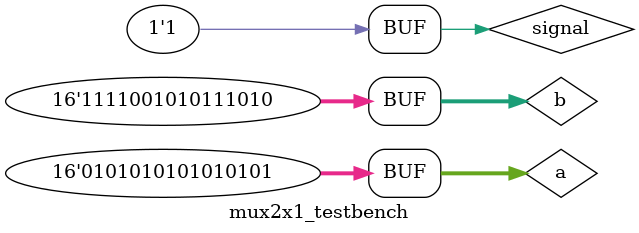
<source format=v>
`define DELAY 20
module mux2x1_testbench();

	reg [15:0]  a,b;
	reg signal;
	wire [15:0] R;

	mux2x1 myMux(a,b,signal,R);
	initial begin
		signal=1'b0;
		a = 16'b0101010101010101;
		b = 16'b1010111010101011;
		#`DELAY;
		signal=1'b1;
		a = 16'b0101010101010101;
		b = 16'b1111001010111010;
		#`DELAY;
	end

	initial begin
		$monitor("time = %2d ,a=%16b,b=%16b, Selection=%1b ,Result=%16b", $time,a,b,signal,R);
	end
	
endmodule
</source>
